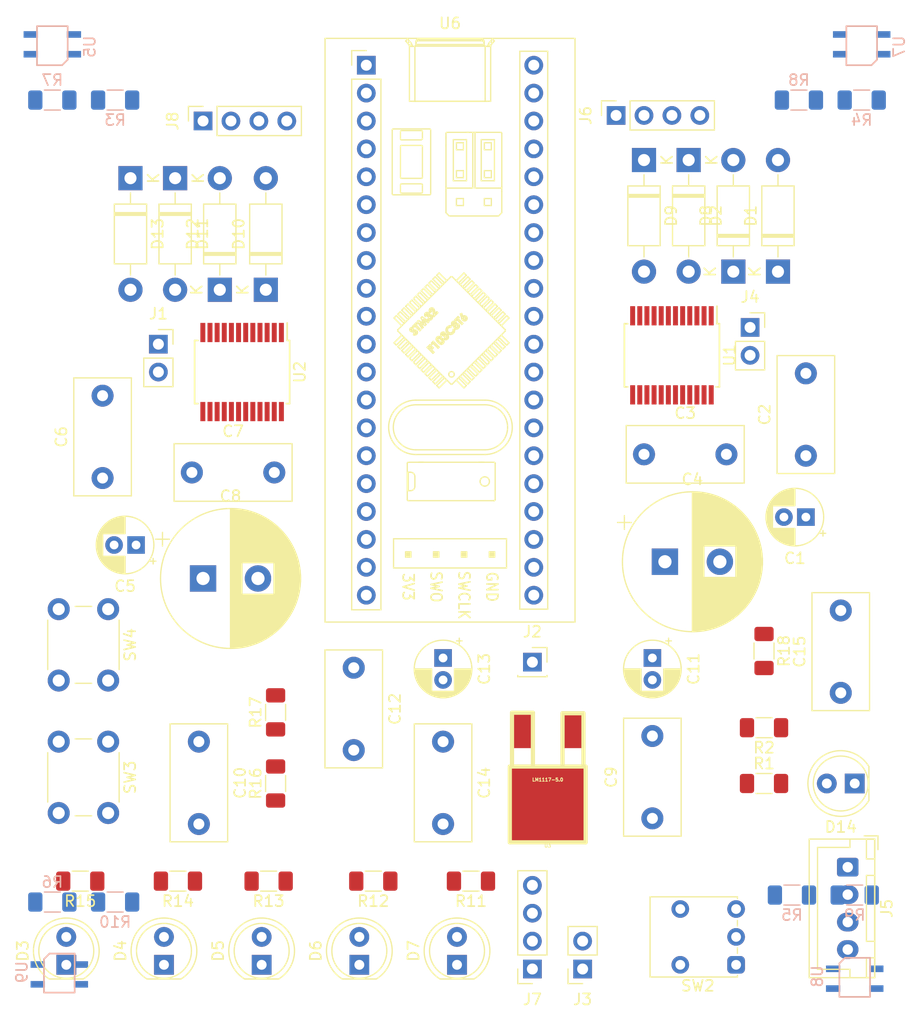
<source format=kicad_pcb>
(kicad_pcb (version 20171130) (host pcbnew "(5.1.10-1-10_14)")
  (layers (0 F.Cu signal) (31 B.Cu signal) (34 B.Paste user) (35 F.Paste user) (36 B.SilkS user) (37 F.SilkS user) (38 B.Mask user) (39 F.Mask user) (44 Edge.Cuts user))
  (net 0 "")
  (net 1 GND)
  (net 2 +5V)
  (net 3 +12V)
  (net 4 USER_B1)
  (net 5 USER_B2)
  (net 6 BAT_PROBE)
  (net 7 M1_R)
  (net 8 "Net-(D3-Pad2)")
  (net 9 "Net-(D4-Pad2)")
  (net 10 "Net-(D5-Pad2)")
  (net 11 "Net-(D6-Pad2)")
  (net 12 "Net-(D7-Pad2)")
  (net 13 MR_OUT2)
  (net 14 ML_OUT2)
  (net 15 "Net-(D14-Pad2)")
  (net 16 RESET)
  (net 17 RX_FROM_DEBUG)
  (net 18 RX_DEBUG)
  (net 19 "Net-(J5-Pad4)")
  (net 20 "Net-(J5-Pad3)")
  (net 21 "Net-(J5-Pad2)")
  (net 22 SENSOR1_OUT)
  (net 23 SENSOR1_ENABLE)
  (net 24 STARTMODULE_KILL)
  (net 25 STARTMODULE_START)
  (net 26 SENSOR2_OUT)
  (net 27 SENSOR2_ENABLE)
  (net 28 "Net-(R3-Pad2)")
  (net 29 "Net-(R4-Pad2)")
  (net 30 "Net-(R5-Pad2)")
  (net 31 "Net-(R6-Pad2)")
  (net 32 KTIR_1)
  (net 33 KTIR_2)
  (net 34 KTIR_3)
  (net 35 KTIR_4)
  (net 36 USER_LED_1)
  (net 37 USER_LED_2)
  (net 38 USER_LED_3)
  (net 39 USER_LED_4)
  (net 40 USER_LED_5)
  (net 41 "Net-(SW2-Pad1)")
  (net 42 PWM_R)
  (net 43 R_IN2)
  (net 44 R_IN1)
  (net 45 PWM_L)
  (net 46 L_IN2)
  (net 47 L_IN1)
  (net 48 "Net-(U6-Pad20)")
  (net 49 "Net-(U6-Pad21)")
  (net 50 "Net-(U6-Pad22)")
  (net 51 "Net-(U6-Pad25)")
  (net 52 "Net-(U6-Pad35)")
  (net 53 "Net-(U6-Pad36)")
  (net 54 "Net-(U6-Pad4)")
  (net 55 "Net-(U6-Pad3)")
  (net 56 "Net-(U6-Pad38)")
  (module warsztaty:KTIR0711S (layer B.Cu) (at 53.975 148.835 270)
    (fp_text reference U9 (at -0.219 3.407 270) (layer B.SilkS) (effects (justify mirror)))
    (fp_text value KTIR0711S)
    (pad 4 smd rect (at 0.895 -1.965 270) (size 0.6 1.3) (layers B.Cu B.Paste B.Mask) (net 35 KTIR_4))
    (pad 3 smd rect (at 0.895 1.965 270) (size 0.6 1.3) (layers B.Cu B.Paste B.Mask) (net 1 GND))
    (pad 2 smd rect (at -0.905 -1.965 270) (size 0.6 1.3) (layers B.Cu B.Paste B.Mask) (net 1 GND))
    (pad 1 smd rect (at -0.905 1.965 270) (size 0.6 1.3) (layers B.Cu B.Paste B.Mask) (net 31 "Net-(R6-Pad2)"))
  )
  (module warsztaty:KTIR0711S (layer B.Cu) (at 126.365 149.225 270)
    (fp_text reference U8 (at -0.219 3.407 270) (layer B.SilkS) (effects (justify mirror)))
    (fp_text value KTIR0711S)
    (pad 4 smd rect (at 0.895 -1.965 270) (size 0.6 1.3) (layers B.Cu B.Paste B.Mask) (net 34 KTIR_3))
    (pad 3 smd rect (at 0.895 1.965 270) (size 0.6 1.3) (layers B.Cu B.Paste B.Mask) (net 1 GND))
    (pad 2 smd rect (at -0.905 -1.965 270) (size 0.6 1.3) (layers B.Cu B.Paste B.Mask) (net 1 GND))
    (pad 1 smd rect (at -0.905 1.965 270) (size 0.6 1.3) (layers B.Cu B.Paste B.Mask) (net 30 "Net-(R5-Pad2)"))
  )
  (module warsztaty:KTIR0711S (layer B.Cu) (at 127 64.135 90)
    (fp_text reference U7 (at -0.219 3.407 270) (layer B.SilkS) (effects (justify mirror)))
    (fp_text value KTIR0711S)
    (pad 4 smd rect (at 0.895 -1.965 90) (size 0.6 1.3) (layers B.Cu B.Paste B.Mask) (net 33 KTIR_2))
    (pad 3 smd rect (at 0.895 1.965 90) (size 0.6 1.3) (layers B.Cu B.Paste B.Mask) (net 1 GND))
    (pad 2 smd rect (at -0.905 -1.965 90) (size 0.6 1.3) (layers B.Cu B.Paste B.Mask) (net 1 GND))
    (pad 1 smd rect (at -0.905 1.965 90) (size 0.6 1.3) (layers B.Cu B.Paste B.Mask) (net 29 "Net-(R4-Pad2)"))
  )
  (module bluepill:YAAJ_BluePill_1 (layer F.Cu) (at 81.915 66.04)
    (fp_text reference U6 (at 7.62 -3.81) (layer F.SilkS))
    (fp_text value YAAJ_BluePill_Part_Like)
    (fp_text user GND (at 11.43 47.498 270 unlocked) (layer F.SilkS) (effects (font (size 1 0.9))))
    (fp_text user SWCLK (at 8.89 48.26 270 unlocked) (layer F.SilkS) (effects (font (size 1 0.9))))
    (fp_text user SWO (at 6.35 47.498 270 unlocked) (layer F.SilkS) (effects (font (size 1 0.9))))
    (fp_text user 3V3 (at 3.81 47.498 270 unlocked) (layer F.SilkS) (effects (font (size 1 0.9))))
    (pad 20 thru_hole circle (at 0 48.26) (size 1.7 1.7) (drill 1) (layers *.Cu *.Mask) (net 48 "Net-(U6-Pad20)"))
    (pad 21 thru_hole circle (at 15.24 48.26) (size 1.7 1.7) (drill 1) (layers *.Cu *.Mask) (net 49 "Net-(U6-Pad21)"))
    (pad 19 thru_hole circle (at 0 45.72) (size 1.7 1.7) (drill 1) (layers *.Cu *.Mask) (net 1 GND))
    (pad 22 thru_hole circle (at 15.24 45.72) (size 1.7 1.7) (drill 1) (layers *.Cu *.Mask) (net 50 "Net-(U6-Pad22)"))
    (pad 18 thru_hole circle (at 0 43.18) (size 1.7 1.7) (drill 1) (layers *.Cu *.Mask) (net 2 +5V))
    (pad 23 thru_hole circle (at 15.24 43.18) (size 1.7 1.7) (drill 1) (layers *.Cu *.Mask) (net 25 STARTMODULE_START))
    (pad 17 thru_hole circle (at 0 40.64) (size 1.7 1.7) (drill 1) (layers *.Cu *.Mask) (net 40 USER_LED_5))
    (pad 24 thru_hole circle (at 15.24 40.64) (size 1.7 1.7) (drill 1) (layers *.Cu *.Mask) (net 24 STARTMODULE_KILL))
    (pad 16 thru_hole circle (at 0 38.1) (size 1.7 1.7) (drill 1) (layers *.Cu *.Mask) (net 39 USER_LED_4))
    (pad 25 thru_hole circle (at 15.24 38.1) (size 1.7 1.7) (drill 1) (layers *.Cu *.Mask) (net 51 "Net-(U6-Pad25)"))
    (pad 15 thru_hole circle (at 0 35.56) (size 1.7 1.7) (drill 1) (layers *.Cu *.Mask) (net 38 USER_LED_3))
    (pad 26 thru_hole circle (at 15.24 35.56) (size 1.7 1.7) (drill 1) (layers *.Cu *.Mask) (net 6 BAT_PROBE))
    (pad 14 thru_hole circle (at 0 33.02) (size 1.7 1.7) (drill 1) (layers *.Cu *.Mask) (net 37 USER_LED_2))
    (pad 27 thru_hole circle (at 15.24 33.02) (size 1.7 1.7) (drill 1) (layers *.Cu *.Mask) (net 18 RX_DEBUG))
    (pad 13 thru_hole circle (at 0 30.48) (size 1.7 1.7) (drill 1) (layers *.Cu *.Mask) (net 36 USER_LED_1))
    (pad 28 thru_hole circle (at 15.24 30.48) (size 1.7 1.7) (drill 1) (layers *.Cu *.Mask) (net 17 RX_FROM_DEBUG))
    (pad 12 thru_hole circle (at 0 27.94) (size 1.7 1.7) (drill 1) (layers *.Cu *.Mask) (net 27 SENSOR2_ENABLE))
    (pad 29 thru_hole circle (at 15.24 27.94) (size 1.7 1.7) (drill 1) (layers *.Cu *.Mask) (net 32 KTIR_1))
    (pad 11 thru_hole circle (at 0 25.4) (size 1.7 1.7) (drill 1) (layers *.Cu *.Mask) (net 26 SENSOR2_OUT))
    (pad 30 thru_hole circle (at 15.24 25.4) (size 1.7 1.7) (drill 1) (layers *.Cu *.Mask) (net 33 KTIR_2))
    (pad 10 thru_hole circle (at 0 22.86) (size 1.7 1.7) (drill 1) (layers *.Cu *.Mask) (net 46 L_IN2))
    (pad 31 thru_hole circle (at 15.24 22.86) (size 1.7 1.7) (drill 1) (layers *.Cu *.Mask) (net 34 KTIR_3))
    (pad 9 thru_hole circle (at 0 20.32) (size 1.7 1.7) (drill 1) (layers *.Cu *.Mask) (net 47 L_IN1))
    (pad 32 thru_hole circle (at 15.24 20.32) (size 1.7 1.7) (drill 1) (layers *.Cu *.Mask) (net 35 KTIR_4))
    (pad 8 thru_hole circle (at 0 17.78) (size 1.7 1.7) (drill 1) (layers *.Cu *.Mask) (net 43 R_IN2))
    (pad 33 thru_hole circle (at 15.24 17.78) (size 1.7 1.7) (drill 1) (layers *.Cu *.Mask) (net 22 SENSOR1_OUT))
    (pad 7 thru_hole circle (at 0 15.24) (size 1.7 1.7) (drill 1) (layers *.Cu *.Mask) (net 44 R_IN1))
    (pad 34 thru_hole circle (at 15.24 15.24) (size 1.7 1.7) (drill 1) (layers *.Cu *.Mask) (net 23 SENSOR1_ENABLE))
    (pad 6 thru_hole circle (at 0 12.7) (size 1.7 1.7) (drill 1) (layers *.Cu *.Mask) (net 42 PWM_R))
    (pad 35 thru_hole circle (at 15.24 12.7) (size 1.7 1.7) (drill 1) (layers *.Cu *.Mask) (net 52 "Net-(U6-Pad35)"))
    (pad 5 thru_hole circle (at 0 10.16) (size 1.7 1.7) (drill 1) (layers *.Cu *.Mask) (net 45 PWM_L))
    (pad 36 thru_hole circle (at 15.24 10.16) (size 1.7 1.7) (drill 1) (layers *.Cu *.Mask) (net 53 "Net-(U6-Pad36)"))
    (pad 4 thru_hole circle (at 0 7.62) (size 1.7 1.7) (drill 1) (layers *.Cu *.Mask) (net 54 "Net-(U6-Pad4)"))
    (pad 37 thru_hole circle (at 15.24 7.62) (size 1.7 1.7) (drill 1) (layers *.Cu *.Mask) (net 16 RESET))
    (pad 3 thru_hole circle (at 0 5.08) (size 1.7 1.7) (drill 1) (layers *.Cu *.Mask) (net 55 "Net-(U6-Pad3)"))
    (pad 38 thru_hole circle (at 15.24 5.08) (size 1.7 1.7) (drill 1) (layers *.Cu *.Mask) (net 56 "Net-(U6-Pad38)"))
    (pad 2 thru_hole circle (at 0 2.54) (size 1.7 1.7) (drill 1) (layers *.Cu *.Mask) (net 5 USER_B2))
    (pad 39 thru_hole circle (at 15.24 2.54) (size 1.7 1.7) (drill 1) (layers *.Cu *.Mask) (net 1 GND))
    (pad 1 thru_hole rect (at 0 0) (size 1.7 1.7) (drill 1) (layers *.Cu *.Mask) (net 4 USER_B1))
    (pad 40 thru_hole circle (at 15.24 0) (size 1.7 1.7) (drill 1) (layers *.Cu *.Mask) (net 1 GND))
  )
  (module warsztaty:KTIR0711S (layer B.Cu) (at 53.34 64.135 90)
    (fp_text reference U5 (at -0.219 3.407 270) (layer B.SilkS) (effects (justify mirror)))
    (fp_text value KTIR0711S)
    (pad 4 smd rect (at 0.895 -1.965 90) (size 0.6 1.3) (layers B.Cu B.Paste B.Mask) (net 32 KTIR_1))
    (pad 3 smd rect (at 0.895 1.965 90) (size 0.6 1.3) (layers B.Cu B.Paste B.Mask) (net 1 GND))
    (pad 2 smd rect (at -0.905 -1.965 90) (size 0.6 1.3) (layers B.Cu B.Paste B.Mask) (net 1 GND))
    (pad 1 smd rect (at -0.905 1.965 90) (size 0.6 1.3) (layers B.Cu B.Paste B.Mask) (net 28 "Net-(R3-Pad2)"))
  )
  (module warsztaty:LM1117_TO-252 (layer F.Cu) (at 98.425 126.70028 180)
    (fp_text reference U3 (at 0 -10.414) (layer F.SilkS) (effects (font (size 0.29972 0.29972) (thickness 0.0762))))
    (fp_text value LM1117-5.0 (at 0 -4.39928) (layer F.SilkS) (effects (font (size 0.29972 0.29972) (thickness 0.0762))))
    (pad 1 smd rect (at 2.30124 0 180) (size 1.651 3.048) (layers F.Cu F.Paste F.Mask) (net 1 GND))
    (pad 2 smd rect (at 0 -6.64972 180) (size 6.70052 6.70052) (layers F.Cu F.Paste F.Mask) (net 2 +5V))
    (pad 3 smd rect (at -2.30124 0 180) (size 1.651 3.048) (layers F.Cu F.Paste F.Mask) (net 3 +12V))
  )
  (module Package_SO:SSOP-24_5.3x8.2mm_P0.65mm (layer F.Cu) (at 70.612 93.98 270)
    (fp_text reference U2 (at 0 -5.25 90) (layer F.SilkS))
    (fp_text value TB6612FNG)
    (pad 24 smd rect (at 3.6 -3.575 270) (size 1.75 0.45) (layers F.Cu F.Paste F.Mask) (net 3 +12V))
    (pad 23 smd rect (at 3.6 -2.925 270) (size 1.75 0.45) (layers F.Cu F.Paste F.Mask) (net 45 PWM_L))
    (pad 22 smd rect (at 3.6 -2.275 270) (size 1.75 0.45) (layers F.Cu F.Paste F.Mask) (net 46 L_IN2))
    (pad 21 smd rect (at 3.6 -1.625 270) (size 1.75 0.45) (layers F.Cu F.Paste F.Mask) (net 47 L_IN1))
    (pad 20 smd rect (at 3.6 -0.975 270) (size 1.75 0.45) (layers F.Cu F.Paste F.Mask) (net 2 +5V))
    (pad 19 smd rect (at 3.6 -0.325 270) (size 1.75 0.45) (layers F.Cu F.Paste F.Mask) (net 2 +5V))
    (pad 18 smd rect (at 3.6 0.325 270) (size 1.75 0.45) (layers F.Cu F.Paste F.Mask) (net 1 GND))
    (pad 17 smd rect (at 3.6 0.975 270) (size 1.75 0.45) (layers F.Cu F.Paste F.Mask) (net 47 L_IN1))
    (pad 16 smd rect (at 3.6 1.625 270) (size 1.75 0.45) (layers F.Cu F.Paste F.Mask) (net 46 L_IN2))
    (pad 15 smd rect (at 3.6 2.275 270) (size 1.75 0.45) (layers F.Cu F.Paste F.Mask) (net 45 PWM_L))
    (pad 14 smd rect (at 3.6 2.925 270) (size 1.75 0.45) (layers F.Cu F.Paste F.Mask) (net 3 +12V))
    (pad 13 smd rect (at 3.6 3.575 270) (size 1.75 0.45) (layers F.Cu F.Paste F.Mask) (net 3 +12V))
    (pad 12 smd rect (at -3.6 3.575 270) (size 1.75 0.45) (layers F.Cu F.Paste F.Mask) (net 7 M1_R))
    (pad 11 smd rect (at -3.6 2.925 270) (size 1.75 0.45) (layers F.Cu F.Paste F.Mask) (net 7 M1_R))
    (pad 10 smd rect (at -3.6 2.275 270) (size 1.75 0.45) (layers F.Cu F.Paste F.Mask) (net 1 GND))
    (pad 9 smd rect (at -3.6 1.625 270) (size 1.75 0.45) (layers F.Cu F.Paste F.Mask) (net 1 GND))
    (pad 8 smd rect (at -3.6 0.975 270) (size 1.75 0.45) (layers F.Cu F.Paste F.Mask) (net 14 ML_OUT2))
    (pad 7 smd rect (at -3.6 0.325 270) (size 1.75 0.45) (layers F.Cu F.Paste F.Mask) (net 14 ML_OUT2))
    (pad 6 smd rect (at -3.6 -0.325 270) (size 1.75 0.45) (layers F.Cu F.Paste F.Mask) (net 14 ML_OUT2))
    (pad 5 smd rect (at -3.6 -0.975 270) (size 1.75 0.45) (layers F.Cu F.Paste F.Mask) (net 14 ML_OUT2))
    (pad 4 smd rect (at -3.6 -1.625 270) (size 1.75 0.45) (layers F.Cu F.Paste F.Mask) (net 1 GND))
    (pad 3 smd rect (at -3.6 -2.275 270) (size 1.75 0.45) (layers F.Cu F.Paste F.Mask) (net 1 GND))
    (pad 2 smd rect (at -3.6 -2.925 270) (size 1.75 0.45) (layers F.Cu F.Paste F.Mask) (net 7 M1_R))
    (pad 1 smd rect (at -3.6 -3.575 270) (size 1.75 0.45) (layers F.Cu F.Paste F.Mask) (net 7 M1_R))
  )
  (module Package_SO:SSOP-24_5.3x8.2mm_P0.65mm (layer F.Cu) (at 109.728 92.456 270)
    (fp_text reference U1 (at 0 -5.25 90) (layer F.SilkS))
    (fp_text value TB6612FNG)
    (pad 24 smd rect (at 3.6 -3.575 270) (size 1.75 0.45) (layers F.Cu F.Paste F.Mask) (net 3 +12V))
    (pad 23 smd rect (at 3.6 -2.925 270) (size 1.75 0.45) (layers F.Cu F.Paste F.Mask) (net 42 PWM_R))
    (pad 22 smd rect (at 3.6 -2.275 270) (size 1.75 0.45) (layers F.Cu F.Paste F.Mask) (net 43 R_IN2))
    (pad 21 smd rect (at 3.6 -1.625 270) (size 1.75 0.45) (layers F.Cu F.Paste F.Mask) (net 44 R_IN1))
    (pad 20 smd rect (at 3.6 -0.975 270) (size 1.75 0.45) (layers F.Cu F.Paste F.Mask) (net 2 +5V))
    (pad 19 smd rect (at 3.6 -0.325 270) (size 1.75 0.45) (layers F.Cu F.Paste F.Mask) (net 2 +5V))
    (pad 18 smd rect (at 3.6 0.325 270) (size 1.75 0.45) (layers F.Cu F.Paste F.Mask) (net 1 GND))
    (pad 17 smd rect (at 3.6 0.975 270) (size 1.75 0.45) (layers F.Cu F.Paste F.Mask) (net 44 R_IN1))
    (pad 16 smd rect (at 3.6 1.625 270) (size 1.75 0.45) (layers F.Cu F.Paste F.Mask) (net 43 R_IN2))
    (pad 15 smd rect (at 3.6 2.275 270) (size 1.75 0.45) (layers F.Cu F.Paste F.Mask) (net 42 PWM_R))
    (pad 14 smd rect (at 3.6 2.925 270) (size 1.75 0.45) (layers F.Cu F.Paste F.Mask) (net 3 +12V))
    (pad 13 smd rect (at 3.6 3.575 270) (size 1.75 0.45) (layers F.Cu F.Paste F.Mask) (net 3 +12V))
    (pad 12 smd rect (at -3.6 3.575 270) (size 1.75 0.45) (layers F.Cu F.Paste F.Mask) (net 7 M1_R))
    (pad 11 smd rect (at -3.6 2.925 270) (size 1.75 0.45) (layers F.Cu F.Paste F.Mask) (net 7 M1_R))
    (pad 10 smd rect (at -3.6 2.275 270) (size 1.75 0.45) (layers F.Cu F.Paste F.Mask) (net 1 GND))
    (pad 9 smd rect (at -3.6 1.625 270) (size 1.75 0.45) (layers F.Cu F.Paste F.Mask) (net 1 GND))
    (pad 8 smd rect (at -3.6 0.975 270) (size 1.75 0.45) (layers F.Cu F.Paste F.Mask) (net 13 MR_OUT2))
    (pad 7 smd rect (at -3.6 0.325 270) (size 1.75 0.45) (layers F.Cu F.Paste F.Mask) (net 13 MR_OUT2))
    (pad 6 smd rect (at -3.6 -0.325 270) (size 1.75 0.45) (layers F.Cu F.Paste F.Mask) (net 13 MR_OUT2))
    (pad 5 smd rect (at -3.6 -0.975 270) (size 1.75 0.45) (layers F.Cu F.Paste F.Mask) (net 13 MR_OUT2))
    (pad 4 smd rect (at -3.6 -1.625 270) (size 1.75 0.45) (layers F.Cu F.Paste F.Mask) (net 1 GND))
    (pad 3 smd rect (at -3.6 -2.275 270) (size 1.75 0.45) (layers F.Cu F.Paste F.Mask) (net 1 GND))
    (pad 2 smd rect (at -3.6 -2.925 270) (size 1.75 0.45) (layers F.Cu F.Paste F.Mask) (net 7 M1_R))
    (pad 1 smd rect (at -3.6 -3.575 270) (size 1.75 0.45) (layers F.Cu F.Paste F.Mask) (net 7 M1_R))
  )
  (module Button_Switch_THT:SW_PUSH_6mm_H5mm (layer F.Cu) (at 58.42 115.57 270)
    (fp_text reference SW4 (at 3.25 -2 90) (layer F.SilkS))
    (fp_text value SW_Push)
    (pad 1 thru_hole circle (at 6.5 0) (size 2 2) (drill 1.1) (layers *.Cu *.Mask) (net 1 GND))
    (pad 2 thru_hole circle (at 6.5 4.5) (size 2 2) (drill 1.1) (layers *.Cu *.Mask) (net 5 USER_B2))
    (pad 1 thru_hole circle (at 0 0) (size 2 2) (drill 1.1) (layers *.Cu *.Mask) (net 1 GND))
    (pad 2 thru_hole circle (at 0 4.5) (size 2 2) (drill 1.1) (layers *.Cu *.Mask) (net 5 USER_B2))
  )
  (module Button_Switch_THT:SW_PUSH_6mm_H5mm (layer F.Cu) (at 58.42 127.635 270)
    (fp_text reference SW3 (at 3.25 -2 90) (layer F.SilkS))
    (fp_text value SW_Push)
    (pad 1 thru_hole circle (at 6.5 0) (size 2 2) (drill 1.1) (layers *.Cu *.Mask) (net 1 GND))
    (pad 2 thru_hole circle (at 6.5 4.5) (size 2 2) (drill 1.1) (layers *.Cu *.Mask) (net 4 USER_B1))
    (pad 1 thru_hole circle (at 0 0) (size 2 2) (drill 1.1) (layers *.Cu *.Mask) (net 1 GND))
    (pad 2 thru_hole circle (at 0 4.5) (size 2 2) (drill 1.1) (layers *.Cu *.Mask) (net 4 USER_B1))
  )
  (module Button_Switch_THT:SW_Push_1P2T_Vertical_E-Switch_800UDP8P1A1M6 (layer F.Cu) (at 115.57 147.955 180)
    (fp_text reference SW2 (at 3.48 -1.91 180) (layer F.SilkS))
    (fp_text value SW_SPDT)
    (pad 3 thru_hole circle (at 0 5.08) (size 1.6 1.6) (drill 0.89) (layers *.Cu *.Mask) (net 3 +12V))
    (pad 2 thru_hole circle (at 0 2.54) (size 1.6 1.6) (drill 0.89) (layers *.Cu *.Mask) (net 19 "Net-(J5-Pad4)"))
    (pad 1 thru_hole roundrect (at 0 0) (size 1.6 1.6) (drill 0.89) (layers *.Cu *.Mask) (net 41 "Net-(SW2-Pad1)"))
    (pad "" thru_hole circle (at 5.08 0) (size 1.6 1.6) (drill 0.89) (layers *.Cu *.Mask))
    (pad "" thru_hole circle (at 5.08 5.08) (size 1.6 1.6) (drill 0.89) (layers *.Cu *.Mask))
  )
  (module Resistor_SMD:R_1206_3216Metric_Pad1.30x1.75mm_HandSolder (layer F.Cu) (at 118.11 119.38 270)
    (fp_text reference R18 (at 0 -1.82 90) (layer F.SilkS))
    (fp_text value 75k)
    (pad 2 smd roundrect (at 1.55 0 270) (size 1.3 1.75) (layers F.Cu F.Paste F.Mask) (roundrect_rratio 0.192308) (net 1 GND))
    (pad 1 smd roundrect (at -1.55 0 270) (size 1.3 1.75) (layers F.Cu F.Paste F.Mask) (roundrect_rratio 0.192308) (net 6 BAT_PROBE))
  )
  (module Resistor_SMD:R_1206_3216Metric_Pad1.30x1.75mm_HandSolder (layer F.Cu) (at 73.66 124.968 90)
    (fp_text reference R17 (at 0 -1.82 90) (layer F.SilkS))
    (fp_text value 100k)
    (pad 2 smd roundrect (at 1.55 0 90) (size 1.3 1.75) (layers F.Cu F.Paste F.Mask) (roundrect_rratio 0.192308) (net 5 USER_B2))
    (pad 1 smd roundrect (at -1.55 0 90) (size 1.3 1.75) (layers F.Cu F.Paste F.Mask) (roundrect_rratio 0.192308) (net 2 +5V))
  )
  (module Resistor_SMD:R_1206_3216Metric_Pad1.30x1.75mm_HandSolder (layer F.Cu) (at 73.66 131.445 90)
    (fp_text reference R16 (at 0 -1.82 90) (layer F.SilkS))
    (fp_text value 100k)
    (pad 2 smd roundrect (at 1.55 0 90) (size 1.3 1.75) (layers F.Cu F.Paste F.Mask) (roundrect_rratio 0.192308) (net 4 USER_B1))
    (pad 1 smd roundrect (at -1.55 0 90) (size 1.3 1.75) (layers F.Cu F.Paste F.Mask) (roundrect_rratio 0.192308) (net 2 +5V))
  )
  (module Resistor_SMD:R_1206_3216Metric_Pad1.30x1.75mm_HandSolder (layer F.Cu) (at 55.88 140.335 180)
    (fp_text reference R15 (at 0 -1.82) (layer F.SilkS))
    (fp_text value 330)
    (pad 2 smd roundrect (at 1.55 0 180) (size 1.3 1.75) (layers F.Cu F.Paste F.Mask) (roundrect_rratio 0.192308) (net 8 "Net-(D3-Pad2)"))
    (pad 1 smd roundrect (at -1.55 0 180) (size 1.3 1.75) (layers F.Cu F.Paste F.Mask) (roundrect_rratio 0.192308) (net 40 USER_LED_5))
  )
  (module Resistor_SMD:R_1206_3216Metric_Pad1.30x1.75mm_HandSolder (layer F.Cu) (at 64.77 140.335 180)
    (fp_text reference R14 (at 0 -1.82) (layer F.SilkS))
    (fp_text value 330)
    (pad 2 smd roundrect (at 1.55 0 180) (size 1.3 1.75) (layers F.Cu F.Paste F.Mask) (roundrect_rratio 0.192308) (net 9 "Net-(D4-Pad2)"))
    (pad 1 smd roundrect (at -1.55 0 180) (size 1.3 1.75) (layers F.Cu F.Paste F.Mask) (roundrect_rratio 0.192308) (net 39 USER_LED_4))
  )
  (module Resistor_SMD:R_1206_3216Metric_Pad1.30x1.75mm_HandSolder (layer F.Cu) (at 73.025 140.335 180)
    (fp_text reference R13 (at 0 -1.82) (layer F.SilkS))
    (fp_text value 330)
    (pad 2 smd roundrect (at 1.55 0 180) (size 1.3 1.75) (layers F.Cu F.Paste F.Mask) (roundrect_rratio 0.192308) (net 10 "Net-(D5-Pad2)"))
    (pad 1 smd roundrect (at -1.55 0 180) (size 1.3 1.75) (layers F.Cu F.Paste F.Mask) (roundrect_rratio 0.192308) (net 38 USER_LED_3))
  )
  (module Resistor_SMD:R_1206_3216Metric_Pad1.30x1.75mm_HandSolder (layer F.Cu) (at 82.55 140.335 180)
    (fp_text reference R12 (at 0 -1.82) (layer F.SilkS))
    (fp_text value 330)
    (pad 2 smd roundrect (at 1.55 0 180) (size 1.3 1.75) (layers F.Cu F.Paste F.Mask) (roundrect_rratio 0.192308) (net 11 "Net-(D6-Pad2)"))
    (pad 1 smd roundrect (at -1.55 0 180) (size 1.3 1.75) (layers F.Cu F.Paste F.Mask) (roundrect_rratio 0.192308) (net 37 USER_LED_2))
  )
  (module Resistor_SMD:R_1206_3216Metric_Pad1.30x1.75mm_HandSolder (layer F.Cu) (at 91.44 140.335 180)
    (fp_text reference R11 (at 0 -1.82) (layer F.SilkS))
    (fp_text value 330)
    (pad 2 smd roundrect (at 1.55 0 180) (size 1.3 1.75) (layers F.Cu F.Paste F.Mask) (roundrect_rratio 0.192308) (net 12 "Net-(D7-Pad2)"))
    (pad 1 smd roundrect (at -1.55 0 180) (size 1.3 1.75) (layers F.Cu F.Paste F.Mask) (roundrect_rratio 0.192308) (net 36 USER_LED_1))
  )
  (module Resistor_SMD:R_1206_3216Metric_Pad1.30x1.75mm_HandSolder (layer B.Cu) (at 59.055 142.24)
    (fp_text reference R10 (at 0 1.82) (layer B.SilkS) (effects (justify mirror)))
    (fp_text value 10k)
    (pad 2 smd roundrect (at 1.55 0) (size 1.3 1.75) (layers B.Cu B.Paste B.Mask) (roundrect_rratio 0.192308) (net 35 KTIR_4))
    (pad 1 smd roundrect (at -1.55 0) (size 1.3 1.75) (layers B.Cu B.Paste B.Mask) (roundrect_rratio 0.192308) (net 2 +5V))
  )
  (module Resistor_SMD:R_1206_3216Metric_Pad1.30x1.75mm_HandSolder (layer B.Cu) (at 126.365 141.605)
    (fp_text reference R9 (at 0 1.82) (layer B.SilkS) (effects (justify mirror)))
    (fp_text value 10k)
    (pad 2 smd roundrect (at 1.55 0) (size 1.3 1.75) (layers B.Cu B.Paste B.Mask) (roundrect_rratio 0.192308) (net 34 KTIR_3))
    (pad 1 smd roundrect (at -1.55 0) (size 1.3 1.75) (layers B.Cu B.Paste B.Mask) (roundrect_rratio 0.192308) (net 2 +5V))
  )
  (module Resistor_SMD:R_1206_3216Metric_Pad1.30x1.75mm_HandSolder (layer B.Cu) (at 121.285 69.215 180)
    (fp_text reference R8 (at 0 1.82) (layer B.SilkS) (effects (justify mirror)))
    (fp_text value 10k)
    (pad 2 smd roundrect (at 1.55 0 180) (size 1.3 1.75) (layers B.Cu B.Paste B.Mask) (roundrect_rratio 0.192308) (net 33 KTIR_2))
    (pad 1 smd roundrect (at -1.55 0 180) (size 1.3 1.75) (layers B.Cu B.Paste B.Mask) (roundrect_rratio 0.192308) (net 2 +5V))
  )
  (module Resistor_SMD:R_1206_3216Metric_Pad1.30x1.75mm_HandSolder (layer B.Cu) (at 53.34 69.215 180)
    (fp_text reference R7 (at 0 1.82) (layer B.SilkS) (effects (justify mirror)))
    (fp_text value 10k)
    (pad 2 smd roundrect (at 1.55 0 180) (size 1.3 1.75) (layers B.Cu B.Paste B.Mask) (roundrect_rratio 0.192308) (net 32 KTIR_1))
    (pad 1 smd roundrect (at -1.55 0 180) (size 1.3 1.75) (layers B.Cu B.Paste B.Mask) (roundrect_rratio 0.192308) (net 2 +5V))
  )
  (module Resistor_SMD:R_1206_3216Metric_Pad1.30x1.75mm_HandSolder (layer B.Cu) (at 53.34 142.24 180)
    (fp_text reference R6 (at 0 1.82) (layer B.SilkS) (effects (justify mirror)))
    (fp_text value 150)
    (pad 2 smd roundrect (at 1.55 0 180) (size 1.3 1.75) (layers B.Cu B.Paste B.Mask) (roundrect_rratio 0.192308) (net 31 "Net-(R6-Pad2)"))
    (pad 1 smd roundrect (at -1.55 0 180) (size 1.3 1.75) (layers B.Cu B.Paste B.Mask) (roundrect_rratio 0.192308) (net 2 +5V))
  )
  (module Resistor_SMD:R_1206_3216Metric_Pad1.30x1.75mm_HandSolder (layer B.Cu) (at 120.65 141.605)
    (fp_text reference R5 (at 0 1.82) (layer B.SilkS) (effects (justify mirror)))
    (fp_text value 150)
    (pad 2 smd roundrect (at 1.55 0) (size 1.3 1.75) (layers B.Cu B.Paste B.Mask) (roundrect_rratio 0.192308) (net 30 "Net-(R5-Pad2)"))
    (pad 1 smd roundrect (at -1.55 0) (size 1.3 1.75) (layers B.Cu B.Paste B.Mask) (roundrect_rratio 0.192308) (net 2 +5V))
  )
  (module Resistor_SMD:R_1206_3216Metric_Pad1.30x1.75mm_HandSolder (layer B.Cu) (at 127 69.215)
    (fp_text reference R4 (at 0 1.82) (layer B.SilkS) (effects (justify mirror)))
    (fp_text value 150)
    (pad 2 smd roundrect (at 1.55 0) (size 1.3 1.75) (layers B.Cu B.Paste B.Mask) (roundrect_rratio 0.192308) (net 29 "Net-(R4-Pad2)"))
    (pad 1 smd roundrect (at -1.55 0) (size 1.3 1.75) (layers B.Cu B.Paste B.Mask) (roundrect_rratio 0.192308) (net 2 +5V))
  )
  (module Resistor_SMD:R_1206_3216Metric_Pad1.30x1.75mm_HandSolder (layer B.Cu) (at 59.055 69.215)
    (fp_text reference R3 (at 0 1.82) (layer B.SilkS) (effects (justify mirror)))
    (fp_text value 150)
    (pad 2 smd roundrect (at 1.55 0) (size 1.3 1.75) (layers B.Cu B.Paste B.Mask) (roundrect_rratio 0.192308) (net 28 "Net-(R3-Pad2)"))
    (pad 1 smd roundrect (at -1.55 0) (size 1.3 1.75) (layers B.Cu B.Paste B.Mask) (roundrect_rratio 0.192308) (net 2 +5V))
  )
  (module Resistor_SMD:R_1206_3216Metric_Pad1.30x1.75mm_HandSolder (layer F.Cu) (at 118.11 126.365 180)
    (fp_text reference R2 (at 0 -1.82) (layer F.SilkS))
    (fp_text value 200k)
    (pad 2 smd roundrect (at 1.55 0 180) (size 1.3 1.75) (layers F.Cu F.Paste F.Mask) (roundrect_rratio 0.192308) (net 3 +12V))
    (pad 1 smd roundrect (at -1.55 0 180) (size 1.3 1.75) (layers F.Cu F.Paste F.Mask) (roundrect_rratio 0.192308) (net 6 BAT_PROBE))
  )
  (module Resistor_SMD:R_1206_3216Metric_Pad1.30x1.75mm_HandSolder (layer F.Cu) (at 118.11 131.445)
    (fp_text reference R1 (at 0 -1.82) (layer F.SilkS))
    (fp_text value 1k)
    (pad 2 smd roundrect (at 1.55 0) (size 1.3 1.75) (layers F.Cu F.Paste F.Mask) (roundrect_rratio 0.192308) (net 15 "Net-(D14-Pad2)"))
    (pad 1 smd roundrect (at -1.55 0) (size 1.3 1.75) (layers F.Cu F.Paste F.Mask) (roundrect_rratio 0.192308) (net 3 +12V))
  )
  (module Connector_PinSocket_2.54mm:PinSocket_1x04_P2.54mm_Vertical (layer F.Cu) (at 67.056 71.12 90)
    (fp_text reference J8 (at 0 -2.77 90) (layer F.SilkS))
    (fp_text value "Proximity sensor")
    (pad 4 thru_hole oval (at 0 7.62 90) (size 1.7 1.7) (drill 1) (layers *.Cu *.Mask) (net 1 GND))
    (pad 3 thru_hole oval (at 0 5.08 90) (size 1.7 1.7) (drill 1) (layers *.Cu *.Mask) (net 2 +5V))
    (pad 2 thru_hole oval (at 0 2.54 90) (size 1.7 1.7) (drill 1) (layers *.Cu *.Mask) (net 26 SENSOR2_OUT))
    (pad 1 thru_hole rect (at 0 0 90) (size 1.7 1.7) (drill 1) (layers *.Cu *.Mask) (net 27 SENSOR2_ENABLE))
  )
  (module Connector_PinSocket_2.54mm:PinSocket_1x04_P2.54mm_Vertical (layer F.Cu) (at 97.028 148.336 180)
    (fp_text reference J7 (at 0 -2.77) (layer F.SilkS))
    (fp_text value Conn_01x04)
    (pad 4 thru_hole oval (at 0 7.62 180) (size 1.7 1.7) (drill 1) (layers *.Cu *.Mask) (net 24 STARTMODULE_KILL))
    (pad 3 thru_hole oval (at 0 5.08 180) (size 1.7 1.7) (drill 1) (layers *.Cu *.Mask) (net 25 STARTMODULE_START))
    (pad 2 thru_hole oval (at 0 2.54 180) (size 1.7 1.7) (drill 1) (layers *.Cu *.Mask) (net 1 GND))
    (pad 1 thru_hole rect (at 0 0 180) (size 1.7 1.7) (drill 1) (layers *.Cu *.Mask) (net 2 +5V))
  )
  (module Connector_PinSocket_2.54mm:PinSocket_1x04_P2.54mm_Vertical (layer F.Cu) (at 104.648 70.612 90)
    (fp_text reference J6 (at 0 -2.77 90) (layer F.SilkS))
    (fp_text value "Proximity sensor")
    (pad 4 thru_hole oval (at 0 7.62 90) (size 1.7 1.7) (drill 1) (layers *.Cu *.Mask) (net 1 GND))
    (pad 3 thru_hole oval (at 0 5.08 90) (size 1.7 1.7) (drill 1) (layers *.Cu *.Mask) (net 2 +5V))
    (pad 2 thru_hole oval (at 0 2.54 90) (size 1.7 1.7) (drill 1) (layers *.Cu *.Mask) (net 22 SENSOR1_OUT))
    (pad 1 thru_hole rect (at 0 0 90) (size 1.7 1.7) (drill 1) (layers *.Cu *.Mask) (net 23 SENSOR1_ENABLE))
  )
  (module Connector_JST:JST_XH_B4B-XH-A_1x04_P2.50mm_Vertical (layer F.Cu) (at 125.73 139.065 270)
    (fp_text reference J5 (at 3.75 -3.55 90) (layer F.SilkS))
    (fp_text value "Li-Po balancer")
    (pad 4 thru_hole oval (at 7.5 0 270) (size 1.7 1.95) (drill 0.95) (layers *.Cu *.Mask) (net 19 "Net-(J5-Pad4)"))
    (pad 3 thru_hole oval (at 5 0 270) (size 1.7 1.95) (drill 0.95) (layers *.Cu *.Mask) (net 20 "Net-(J5-Pad3)"))
    (pad 2 thru_hole oval (at 2.5 0 270) (size 1.7 1.95) (drill 0.95) (layers *.Cu *.Mask) (net 21 "Net-(J5-Pad2)"))
    (pad 1 thru_hole roundrect (at 0 0 270) (size 1.7 1.95) (drill 0.95) (layers *.Cu *.Mask) (roundrect_rratio 0.147059) (net 1 GND))
  )
  (module Connector_PinSocket_2.54mm:PinSocket_1x02_P2.54mm_Vertical (layer F.Cu) (at 116.84 89.916)
    (fp_text reference J4 (at 0 -2.77) (layer F.SilkS))
    (fp_text value "Right motor")
    (pad 2 thru_hole oval (at 0 2.54) (size 1.7 1.7) (drill 1) (layers *.Cu *.Mask) (net 13 MR_OUT2))
    (pad 1 thru_hole rect (at 0 0) (size 1.7 1.7) (drill 1) (layers *.Cu *.Mask) (net 7 M1_R))
  )
  (module Connector_PinSocket_2.54mm:PinSocket_1x02_P2.54mm_Vertical (layer F.Cu) (at 101.6 148.336 180)
    (fp_text reference J3 (at 0 -2.77) (layer F.SilkS))
    (fp_text value Conn_01x02)
    (pad 2 thru_hole oval (at 0 2.54 180) (size 1.7 1.7) (drill 1) (layers *.Cu *.Mask) (net 17 RX_FROM_DEBUG))
    (pad 1 thru_hole rect (at 0 0 180) (size 1.7 1.7) (drill 1) (layers *.Cu *.Mask) (net 18 RX_DEBUG))
  )
  (module Connector_PinSocket_2.54mm:PinSocket_1x01_P2.54mm_Vertical (layer F.Cu) (at 97.028 120.396)
    (fp_text reference J2 (at 0 -2.77) (layer F.SilkS))
    (fp_text value "ST-Link Pin")
    (pad 1 thru_hole rect (at 0 0) (size 1.7 1.7) (drill 1) (layers *.Cu *.Mask) (net 16 RESET))
  )
  (module Connector_PinSocket_2.54mm:PinSocket_1x02_P2.54mm_Vertical (layer F.Cu) (at 62.992 91.44)
    (fp_text reference J1 (at 0 -2.77) (layer F.SilkS))
    (fp_text value "Left motor")
    (pad 2 thru_hole oval (at 0 2.54) (size 1.7 1.7) (drill 1) (layers *.Cu *.Mask) (net 14 ML_OUT2))
    (pad 1 thru_hole rect (at 0 0) (size 1.7 1.7) (drill 1) (layers *.Cu *.Mask) (net 7 M1_R))
  )
  (module LED_THT:LED_D5.0mm (layer F.Cu) (at 126.365 131.445 180)
    (fp_text reference D14 (at 1.27 -3.96) (layer F.SilkS))
    (fp_text value LED)
    (pad 2 thru_hole circle (at 2.54 0 180) (size 1.8 1.8) (drill 0.9) (layers *.Cu *.Mask) (net 15 "Net-(D14-Pad2)"))
    (pad 1 thru_hole rect (at 0 0 180) (size 1.8 1.8) (drill 0.9) (layers *.Cu *.Mask) (net 1 GND))
  )
  (module Diode_THT:D_DO-41_SOD81_P10.16mm_Horizontal (layer F.Cu) (at 60.452 76.327 270)
    (fp_text reference D13 (at 5.08 -2.47 90) (layer F.SilkS))
    (fp_text value D)
    (fp_text user K (at 0 -2.1 90) (layer F.SilkS))
    (pad 2 thru_hole oval (at 10.16 0 270) (size 2.2 2.2) (drill 1.1) (layers *.Cu *.Mask) (net 1 GND))
    (pad 1 thru_hole rect (at 0 0 270) (size 2.2 2.2) (drill 1.1) (layers *.Cu *.Mask) (net 14 ML_OUT2))
  )
  (module Diode_THT:D_DO-41_SOD81_P10.16mm_Horizontal (layer F.Cu) (at 68.58 86.487 90)
    (fp_text reference D12 (at 5.08 -2.47 90) (layer F.SilkS))
    (fp_text value D)
    (fp_text user K (at 0 -2.1 90) (layer F.SilkS))
    (pad 2 thru_hole oval (at 10.16 0 90) (size 2.2 2.2) (drill 1.1) (layers *.Cu *.Mask) (net 14 ML_OUT2))
    (pad 1 thru_hole rect (at 0 0 90) (size 2.2 2.2) (drill 1.1) (layers *.Cu *.Mask) (net 3 +12V))
  )
  (module Diode_THT:D_DO-41_SOD81_P10.16mm_Horizontal (layer F.Cu) (at 64.516 76.327 270)
    (fp_text reference D11 (at 5.08 -2.47 90) (layer F.SilkS))
    (fp_text value D)
    (fp_text user K (at 0 -2.1 90) (layer F.SilkS))
    (pad 2 thru_hole oval (at 10.16 0 270) (size 2.2 2.2) (drill 1.1) (layers *.Cu *.Mask) (net 1 GND))
    (pad 1 thru_hole rect (at 0 0 270) (size 2.2 2.2) (drill 1.1) (layers *.Cu *.Mask) (net 7 M1_R))
  )
  (module Diode_THT:D_DO-41_SOD81_P10.16mm_Horizontal (layer F.Cu) (at 72.771 86.487 90)
    (fp_text reference D10 (at 5.08 -2.47 90) (layer F.SilkS))
    (fp_text value D)
    (fp_text user K (at 0 -2.1 90) (layer F.SilkS))
    (pad 2 thru_hole oval (at 10.16 0 90) (size 2.2 2.2) (drill 1.1) (layers *.Cu *.Mask) (net 7 M1_R))
    (pad 1 thru_hole rect (at 0 0 90) (size 2.2 2.2) (drill 1.1) (layers *.Cu *.Mask) (net 3 +12V))
  )
  (module Diode_THT:D_DO-41_SOD81_P10.16mm_Horizontal (layer F.Cu) (at 107.188 74.676 270)
    (fp_text reference D9 (at 5.08 -2.47 90) (layer F.SilkS))
    (fp_text value D)
    (fp_text user K (at 0 -2.1 90) (layer F.SilkS))
    (pad 2 thru_hole oval (at 10.16 0 270) (size 2.2 2.2) (drill 1.1) (layers *.Cu *.Mask) (net 1 GND))
    (pad 1 thru_hole rect (at 0 0 270) (size 2.2 2.2) (drill 1.1) (layers *.Cu *.Mask) (net 13 MR_OUT2))
  )
  (module Diode_THT:D_DO-41_SOD81_P10.16mm_Horizontal (layer F.Cu) (at 115.316 84.836 90)
    (fp_text reference D8 (at 5.08 -2.47 90) (layer F.SilkS))
    (fp_text value D)
    (fp_text user K (at 0 -2.1 90) (layer F.SilkS))
    (pad 2 thru_hole oval (at 10.16 0 90) (size 2.2 2.2) (drill 1.1) (layers *.Cu *.Mask) (net 13 MR_OUT2))
    (pad 1 thru_hole rect (at 0 0 90) (size 2.2 2.2) (drill 1.1) (layers *.Cu *.Mask) (net 3 +12V))
  )
  (module LED_THT:LED_D5.0mm (layer F.Cu) (at 90.17 147.955 90)
    (fp_text reference D7 (at 1.27 -3.96 90) (layer F.SilkS))
    (fp_text value LED_5)
    (pad 2 thru_hole circle (at 2.54 0 90) (size 1.8 1.8) (drill 0.9) (layers *.Cu *.Mask) (net 12 "Net-(D7-Pad2)"))
    (pad 1 thru_hole rect (at 0 0 90) (size 1.8 1.8) (drill 0.9) (layers *.Cu *.Mask) (net 1 GND))
  )
  (module LED_THT:LED_D5.0mm (layer F.Cu) (at 81.28 147.955 90)
    (fp_text reference D6 (at 1.27 -3.96 90) (layer F.SilkS))
    (fp_text value LED_4)
    (pad 2 thru_hole circle (at 2.54 0 90) (size 1.8 1.8) (drill 0.9) (layers *.Cu *.Mask) (net 11 "Net-(D6-Pad2)"))
    (pad 1 thru_hole rect (at 0 0 90) (size 1.8 1.8) (drill 0.9) (layers *.Cu *.Mask) (net 1 GND))
  )
  (module LED_THT:LED_D5.0mm (layer F.Cu) (at 72.39 147.955 90)
    (fp_text reference D5 (at 1.27 -3.96 90) (layer F.SilkS))
    (fp_text value LED_3)
    (pad 2 thru_hole circle (at 2.54 0 90) (size 1.8 1.8) (drill 0.9) (layers *.Cu *.Mask) (net 10 "Net-(D5-Pad2)"))
    (pad 1 thru_hole rect (at 0 0 90) (size 1.8 1.8) (drill 0.9) (layers *.Cu *.Mask) (net 1 GND))
  )
  (module LED_THT:LED_D5.0mm (layer F.Cu) (at 63.5 147.955 90)
    (fp_text reference D4 (at 1.27 -3.96 90) (layer F.SilkS))
    (fp_text value LED_2)
    (pad 2 thru_hole circle (at 2.54 0 90) (size 1.8 1.8) (drill 0.9) (layers *.Cu *.Mask) (net 9 "Net-(D4-Pad2)"))
    (pad 1 thru_hole rect (at 0 0 90) (size 1.8 1.8) (drill 0.9) (layers *.Cu *.Mask) (net 1 GND))
  )
  (module LED_THT:LED_D5.0mm (layer F.Cu) (at 54.61 147.955 90)
    (fp_text reference D3 (at 1.27 -3.96 90) (layer F.SilkS))
    (fp_text value LED_1)
    (pad 2 thru_hole circle (at 2.54 0 90) (size 1.8 1.8) (drill 0.9) (layers *.Cu *.Mask) (net 8 "Net-(D3-Pad2)"))
    (pad 1 thru_hole rect (at 0 0 90) (size 1.8 1.8) (drill 0.9) (layers *.Cu *.Mask) (net 1 GND))
  )
  (module Diode_THT:D_DO-41_SOD81_P10.16mm_Horizontal (layer F.Cu) (at 111.252 74.676 270)
    (fp_text reference D2 (at 5.08 -2.47 90) (layer F.SilkS))
    (fp_text value D)
    (fp_text user K (at 0 -2.1 90) (layer F.SilkS))
    (pad 2 thru_hole oval (at 10.16 0 270) (size 2.2 2.2) (drill 1.1) (layers *.Cu *.Mask) (net 1 GND))
    (pad 1 thru_hole rect (at 0 0 270) (size 2.2 2.2) (drill 1.1) (layers *.Cu *.Mask) (net 7 M1_R))
  )
  (module Diode_THT:D_DO-41_SOD81_P10.16mm_Horizontal (layer F.Cu) (at 119.38 84.836 90)
    (fp_text reference D1 (at 5.08 -2.47 90) (layer F.SilkS))
    (fp_text value D)
    (fp_text user K (at 0 -2.1 90) (layer F.SilkS))
    (pad 2 thru_hole oval (at 10.16 0 90) (size 2.2 2.2) (drill 1.1) (layers *.Cu *.Mask) (net 7 M1_R))
    (pad 1 thru_hole rect (at 0 0 90) (size 2.2 2.2) (drill 1.1) (layers *.Cu *.Mask) (net 3 +12V))
  )
  (module Capacitor_THT:C_Disc_D10.5mm_W5.0mm_P7.50mm (layer F.Cu) (at 125.095 123.19 90)
    (fp_text reference C15 (at 3.75 -3.75 90) (layer F.SilkS))
    (fp_text value 0.1u)
    (pad 2 thru_hole circle (at 7.5 0 90) (size 2 2) (drill 1) (layers *.Cu *.Mask) (net 6 BAT_PROBE))
    (pad 1 thru_hole circle (at 0 0 90) (size 2 2) (drill 1) (layers *.Cu *.Mask) (net 1 GND))
  )
  (module Capacitor_THT:C_Disc_D10.5mm_W5.0mm_P7.50mm (layer F.Cu) (at 88.9 127.635 270)
    (fp_text reference C14 (at 3.75 -3.75 90) (layer F.SilkS))
    (fp_text value 0.1u)
    (pad 2 thru_hole circle (at 7.5 0 270) (size 2 2) (drill 1) (layers *.Cu *.Mask) (net 1 GND))
    (pad 1 thru_hole circle (at 0 0 270) (size 2 2) (drill 1) (layers *.Cu *.Mask) (net 2 +5V))
  )
  (module Capacitor_THT:CP_Radial_D5.0mm_P2.00mm (layer F.Cu) (at 88.9 120.015 270)
    (fp_text reference C13 (at 1 -3.75 90) (layer F.SilkS))
    (fp_text value 10u)
    (pad 2 thru_hole circle (at 2 0 270) (size 1.6 1.6) (drill 0.8) (layers *.Cu *.Mask) (net 1 GND))
    (pad 1 thru_hole rect (at 0 0 270) (size 1.6 1.6) (drill 0.8) (layers *.Cu *.Mask) (net 2 +5V))
  )
  (module Capacitor_THT:C_Disc_D10.5mm_W5.0mm_P7.50mm (layer F.Cu) (at 80.772 120.904 270)
    (fp_text reference C12 (at 3.75 -3.75 90) (layer F.SilkS))
    (fp_text value 0.1u)
    (pad 2 thru_hole circle (at 7.5 0 270) (size 2 2) (drill 1) (layers *.Cu *.Mask) (net 5 USER_B2))
    (pad 1 thru_hole circle (at 0 0 270) (size 2 2) (drill 1) (layers *.Cu *.Mask) (net 1 GND))
  )
  (module Capacitor_THT:CP_Radial_D5.0mm_P2.00mm (layer F.Cu) (at 107.95 120.015 270)
    (fp_text reference C11 (at 1 -3.75 90) (layer F.SilkS))
    (fp_text value 10u)
    (pad 2 thru_hole circle (at 2 0 270) (size 1.6 1.6) (drill 0.8) (layers *.Cu *.Mask) (net 1 GND))
    (pad 1 thru_hole rect (at 0 0 270) (size 1.6 1.6) (drill 0.8) (layers *.Cu *.Mask) (net 3 +12V))
  )
  (module Capacitor_THT:C_Disc_D10.5mm_W5.0mm_P7.50mm (layer F.Cu) (at 66.675 127.635 270)
    (fp_text reference C10 (at 3.75 -3.75 90) (layer F.SilkS))
    (fp_text value 0.1u)
    (pad 2 thru_hole circle (at 7.5 0 270) (size 2 2) (drill 1) (layers *.Cu *.Mask) (net 4 USER_B1))
    (pad 1 thru_hole circle (at 0 0 270) (size 2 2) (drill 1) (layers *.Cu *.Mask) (net 1 GND))
  )
  (module Capacitor_THT:C_Disc_D10.5mm_W5.0mm_P7.50mm (layer F.Cu) (at 107.95 134.62 90)
    (fp_text reference C9 (at 3.75 -3.75 90) (layer F.SilkS))
    (fp_text value 0.1u)
    (pad 2 thru_hole circle (at 7.5 0 90) (size 2 2) (drill 1) (layers *.Cu *.Mask) (net 1 GND))
    (pad 1 thru_hole circle (at 0 0 90) (size 2 2) (drill 1) (layers *.Cu *.Mask) (net 3 +12V))
  )
  (module Capacitor_THT:CP_Radial_D12.5mm_P5.00mm (layer F.Cu) (at 67.056 112.776)
    (fp_text reference C8 (at 2.5 -7.5) (layer F.SilkS))
    (fp_text value 470u)
    (pad 2 thru_hole circle (at 5 0) (size 2.4 2.4) (drill 1.2) (layers *.Cu *.Mask) (net 1 GND))
    (pad 1 thru_hole rect (at 0 0) (size 2.4 2.4) (drill 1.2) (layers *.Cu *.Mask) (net 3 +12V))
  )
  (module Capacitor_THT:C_Disc_D10.5mm_W5.0mm_P7.50mm (layer F.Cu) (at 66.04 103.124)
    (fp_text reference C7 (at 3.75 -3.75) (layer F.SilkS))
    (fp_text value 0.1u)
    (pad 2 thru_hole circle (at 7.5 0) (size 2 2) (drill 1) (layers *.Cu *.Mask) (net 1 GND))
    (pad 1 thru_hole circle (at 0 0) (size 2 2) (drill 1) (layers *.Cu *.Mask) (net 3 +12V))
  )
  (module Capacitor_THT:C_Disc_D10.5mm_W5.0mm_P7.50mm (layer F.Cu) (at 57.912 103.632 90)
    (fp_text reference C6 (at 3.75 -3.75 90) (layer F.SilkS))
    (fp_text value 0.1u)
    (pad 2 thru_hole circle (at 7.5 0 90) (size 2 2) (drill 1) (layers *.Cu *.Mask) (net 1 GND))
    (pad 1 thru_hole circle (at 0 0 90) (size 2 2) (drill 1) (layers *.Cu *.Mask) (net 2 +5V))
  )
  (module Capacitor_THT:CP_Radial_D5.0mm_P2.00mm (layer F.Cu) (at 60.96 109.728 180)
    (fp_text reference C5 (at 1 -3.75) (layer F.SilkS))
    (fp_text value 10u)
    (pad 2 thru_hole circle (at 2 0 180) (size 1.6 1.6) (drill 0.8) (layers *.Cu *.Mask) (net 1 GND))
    (pad 1 thru_hole rect (at 0 0 180) (size 1.6 1.6) (drill 0.8) (layers *.Cu *.Mask) (net 2 +5V))
  )
  (module Capacitor_THT:CP_Radial_D12.5mm_P5.00mm (layer F.Cu) (at 109.093 111.252)
    (fp_text reference C4 (at 2.5 -7.5) (layer F.SilkS))
    (fp_text value 470u)
    (pad 2 thru_hole circle (at 5 0) (size 2.4 2.4) (drill 1.2) (layers *.Cu *.Mask) (net 1 GND))
    (pad 1 thru_hole rect (at 0 0) (size 2.4 2.4) (drill 1.2) (layers *.Cu *.Mask) (net 3 +12V))
  )
  (module Capacitor_THT:C_Disc_D10.5mm_W5.0mm_P7.50mm (layer F.Cu) (at 107.188 101.473)
    (fp_text reference C3 (at 3.75 -3.75) (layer F.SilkS))
    (fp_text value 0.1u)
    (pad 2 thru_hole circle (at 7.5 0) (size 2 2) (drill 1) (layers *.Cu *.Mask) (net 1 GND))
    (pad 1 thru_hole circle (at 0 0) (size 2 2) (drill 1) (layers *.Cu *.Mask) (net 3 +12V))
  )
  (module Capacitor_THT:C_Disc_D10.5mm_W5.0mm_P7.50mm (layer F.Cu) (at 121.92 101.6 90)
    (fp_text reference C2 (at 3.75 -3.75 90) (layer F.SilkS))
    (fp_text value 0.1u)
    (pad 2 thru_hole circle (at 7.5 0 90) (size 2 2) (drill 1) (layers *.Cu *.Mask) (net 1 GND))
    (pad 1 thru_hole circle (at 0 0 90) (size 2 2) (drill 1) (layers *.Cu *.Mask) (net 2 +5V))
  )
  (module Capacitor_THT:CP_Radial_D5.0mm_P2.00mm (layer F.Cu) (at 121.92 107.188 180)
    (fp_text reference C1 (at 1 -3.75) (layer F.SilkS))
    (fp_text value 10u)
    (pad 2 thru_hole circle (at 2 0 180) (size 1.6 1.6) (drill 0.8) (layers *.Cu *.Mask) (net 1 GND))
    (pad 1 thru_hole rect (at 0 0 180) (size 1.6 1.6) (drill 0.8) (layers *.Cu *.Mask) (net 2 +5V))
  )
)
</source>
